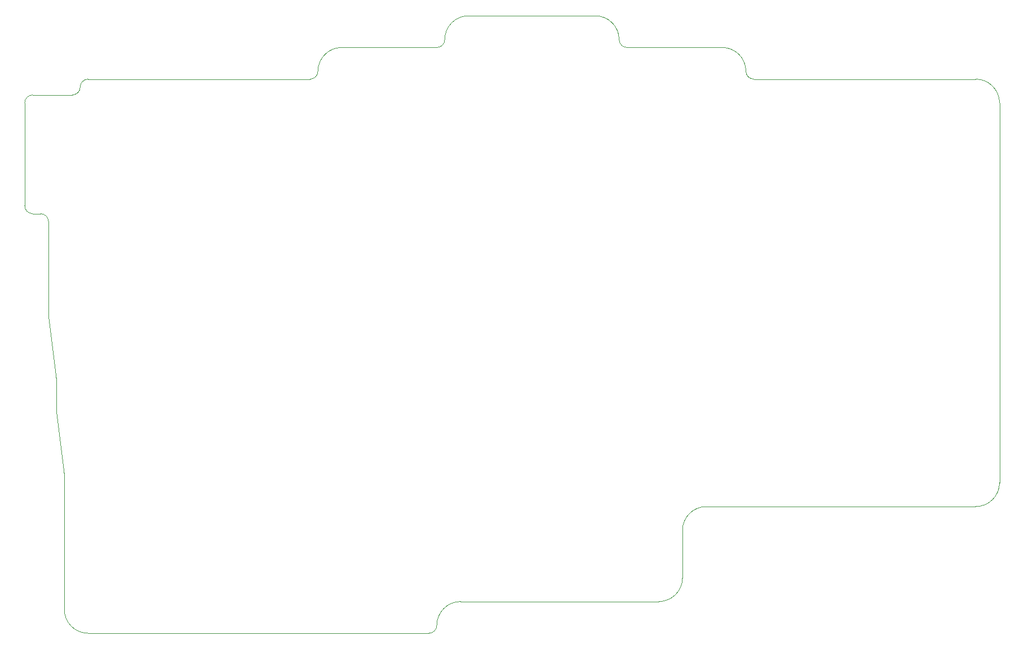
<source format=gbr>
%TF.GenerationSoftware,KiCad,Pcbnew,7.0.8*%
%TF.CreationDate,2023-11-03T19:22:55+09:00*%
%TF.ProjectId,scene46_right,7363656e-6534-4365-9f72-696768742e6b,rev?*%
%TF.SameCoordinates,Original*%
%TF.FileFunction,Profile,NP*%
%FSLAX46Y46*%
G04 Gerber Fmt 4.6, Leading zero omitted, Abs format (unit mm)*
G04 Created by KiCad (PCBNEW 7.0.8) date 2023-11-03 19:22:55*
%MOMM*%
%LPD*%
G01*
G04 APERTURE LIST*
%TA.AperFunction,Profile*%
%ADD10C,0.100000*%
%TD*%
G04 APERTURE END LIST*
D10*
X85827888Y-32146875D02*
X119165388Y-32146875D01*
X76302888Y-41671875D02*
X76302888Y-35718750D01*
X222749763Y-90487500D02*
X222749763Y-35718750D01*
X76302888Y-41671875D02*
X76302888Y-51196875D01*
X175124763Y-107156250D02*
X175124763Y-100012500D01*
X178696638Y-96440663D02*
G75*
G03*
X175124763Y-100012500I62J-3571937D01*
G01*
X82256013Y-91678125D02*
X81065388Y-82153125D01*
X141787263Y-110728088D02*
G75*
G03*
X138215388Y-114300000I-63J-3571812D01*
G01*
X82255975Y-111918750D02*
G75*
G03*
X85827888Y-115490625I3571925J50D01*
G01*
X77493513Y-34528125D02*
X83446638Y-34528125D01*
X79874700Y-53578125D02*
G75*
G03*
X78684138Y-52387500I-1190600J25D01*
G01*
X222749725Y-35718750D02*
G75*
G03*
X219177888Y-32146875I-3571825J50D01*
G01*
X81065388Y-77390625D02*
X79874763Y-67865625D01*
X137024763Y-115490588D02*
G75*
G03*
X138215388Y-114300000I-63J1190688D01*
G01*
X142977888Y-22621875D02*
X162027888Y-22621875D01*
X185840388Y-32146875D02*
X219177888Y-32146875D01*
X165599725Y-26193750D02*
G75*
G03*
X162027888Y-22621875I-3571825J50D01*
G01*
X138215388Y-27384313D02*
G75*
G03*
X139406013Y-26193750I12J1190613D01*
G01*
X76302900Y-51196875D02*
G75*
G03*
X77493513Y-52387500I1190600J-25D01*
G01*
X123927888Y-27384375D02*
X126309138Y-27384375D01*
X85827888Y-115490625D02*
X137024763Y-115490625D01*
X141787263Y-110728125D02*
X171552888Y-110728125D01*
X184649725Y-30956250D02*
G75*
G03*
X181077888Y-27384375I-3571825J50D01*
G01*
X77493513Y-52387500D02*
X78684138Y-52387500D01*
X82256013Y-91678125D02*
X82256013Y-111918750D01*
X126309138Y-27384375D02*
X138215388Y-27384375D01*
X77493513Y-34528088D02*
G75*
G03*
X76302888Y-35718750I87J-1190712D01*
G01*
X83446638Y-34528063D02*
G75*
G03*
X84637263Y-33337500I-38J1190663D01*
G01*
X181077888Y-96440625D02*
X219177888Y-96440625D01*
X123927888Y-27384313D02*
G75*
G03*
X120356013Y-30956250I12J-3571887D01*
G01*
X166790388Y-27384375D02*
X181077888Y-27384375D01*
X219177888Y-96440563D02*
G75*
G03*
X222749763Y-92868750I12J3571863D01*
G01*
X222749763Y-92868750D02*
X222749763Y-90487500D01*
X184649725Y-30956250D02*
G75*
G03*
X185840388Y-32146875I1190675J50D01*
G01*
X79874763Y-53578125D02*
X79874763Y-67865625D01*
X85827888Y-32146863D02*
G75*
G03*
X84637263Y-33337500I12J-1190637D01*
G01*
X119165388Y-32146813D02*
G75*
G03*
X120356013Y-30956250I12J1190613D01*
G01*
X142977888Y-22621813D02*
G75*
G03*
X139406013Y-26193750I12J-3571887D01*
G01*
X178696638Y-96440625D02*
X181077888Y-96440625D01*
X81065388Y-82153125D02*
X81065388Y-77390625D01*
X165599725Y-26193750D02*
G75*
G03*
X166790388Y-27384375I1190675J50D01*
G01*
X171552888Y-110728063D02*
G75*
G03*
X175124763Y-107156250I12J3571863D01*
G01*
M02*

</source>
